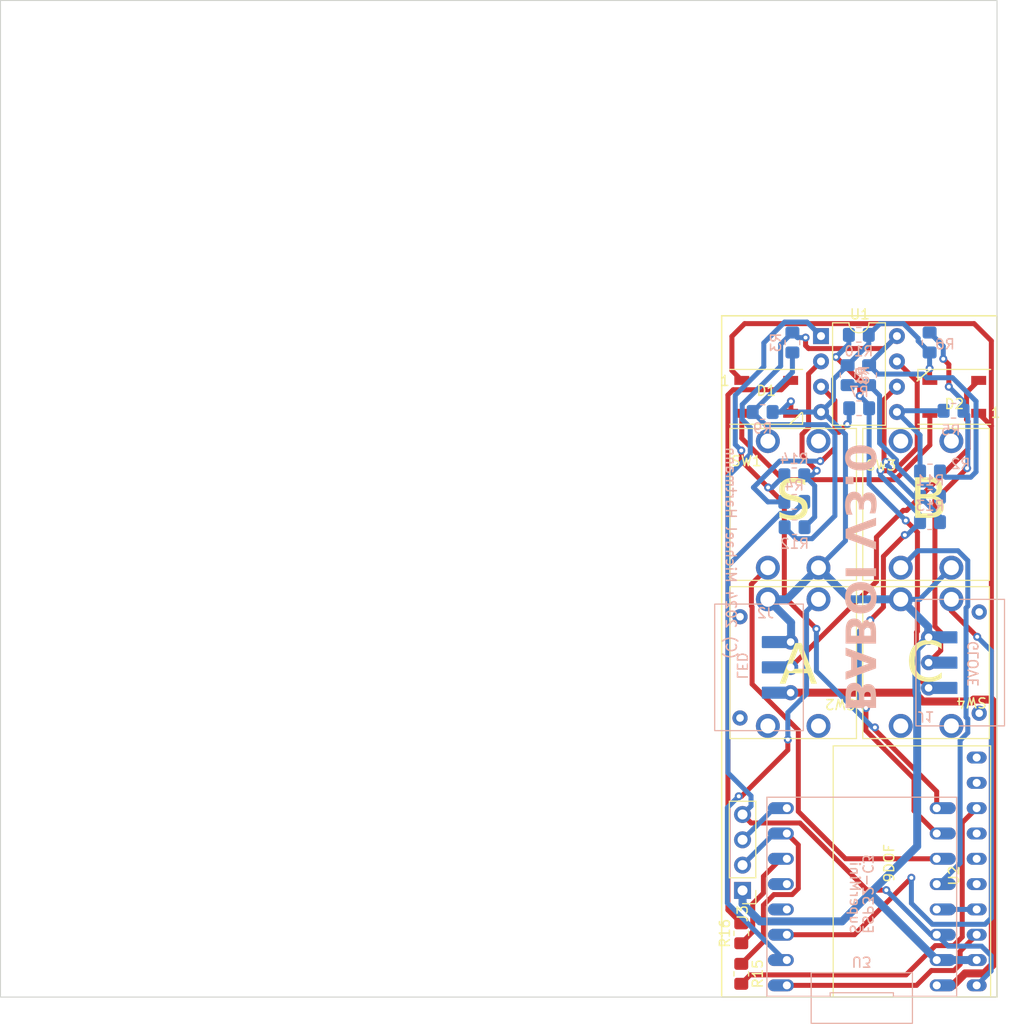
<source format=kicad_pcb>
(kicad_pcb (version 20240108) (generator "pcbnew") (generator_version "8.0")
  (layers (0 "F.Cu" signal) (31 "B.Cu" signal) (34 "B.Paste" user) (35 "F.Paste" user) (36 "B.SilkS" user "B.Silkscreen") (37 "F.SilkS" user "F.Silkscreen") (38 "B.Mask" user) (39 "F.Mask" user) (44 "Edge.Cuts" user))
  (net 0 "")
  (net 1 "/VBUS")
  (net 2 "Net-(D1-DOUT)")
  (net 3 "Net-(D1-DIN)")
  (net 4 "GND1")
  (net 5 "Net-(J1-Pin_2)")
  (net 6 "Net-(J1-Pin_1)")
  (net 7 "Net-(J3-Pin_2)")
  (net 8 "Net-(J3-Pin_3)")
  (net 9 "Net-(U1-VinB+)")
  (net 10 "Net-(D2-DOUT)")
  (net 11 "/VCC_3V3")
  (net 12 "Net-(R12-Pad1)")
  (net 13 "Net-(U1-VinA+)")
  (net 14 "Net-(U1-VinB-)")
  (net 15 "Net-(U1-VinA-)")
  (net 16 "/ADC1_1")
  (net 17 "/ADC1_0")
  (net 18 "Net-(U2-INT)")
  (net 19 "Net-(U3-GPIO10)")
  (net 20 "/BUTTON1")
  (net 21 "/BUTTON3")
  (net 22 "/BUTTON2")
  (net 23 "/BUTTON4")
  (net 29 "Net-(R1-Pad2)")
  (net 32 "/SCL")
  (net 33 "/SDA")
  (footprint "Package_DIP:DIP-8_W7.62mm" (layer "F.Cu") (at 172.339 58.674)
    (property "Reference" "U1")
    (property "Value" "~")
  )
  (footprint "GPB_Footprints:switch_Simple" (layer "F.Cu") (at 180.34 69.215)
    (property "Reference" "SW3")
    (property "Value" "SW_MEC_5E" (hide yes))
  )
  (footprint "GPB_Footprints:switch_Simple" (layer "F.Cu") (at 172.085 97.79 180)
    (property "Reference" "SW2")
    (property "Value" "SW_MEC_5E" (hide yes))
  )
  (footprint "MountingHole:MountingHole_2.2mm_M2" (layer "F.Cu") (at 164.9984 59.436)
    (property "Reference" "H1" (hide yes))
    (property "Value" "MountingHole" (hide yes))
  )
  (footprint "Connector_PinHeader_2.54mm:PinHeader_1x04_P2.54mm_Vertical" (layer "F.Cu") (at 164.465 114.3 180)
    (property "Reference" "J3")
    (property "Value" "Conn_01x04_Pin")
  )
  (footprint "LED_SMD:LED_WS2812B_PLCC4_5.0x5.0mm_P3.2mm" (layer "F.Cu") (at 185.711 64.771 180)
    (property "Reference" "D2")
    (property "Value" "WS2812B" (hide yes))
  )
  (footprint "Resistor_SMD:R_0805_2012Metric_Pad1.20x1.40mm_HandSolder" (layer "F.Cu") (at 164.338 118.602 90)
    (property "Reference" "R16")
    (property "Value" "24k")
  )
  (footprint "LED_SMD:LED_WS2812B_PLCC4_5.0x5.0mm_P3.2mm" (layer "F.Cu") (at 166.841 64.771)
    (property "Reference" "D1")
    (property "Value" "WS2812B" (hide yes))
  )
  (footprint "MountingHole:MountingHole_2.2mm_M2" (layer "F.Cu") (at 187.452 59.436)
    (property "Reference" "H2" (hide yes))
    (property "Value" "MountingHole" (hide yes))
  )
  (footprint "MountingHole:MountingHole_2.2mm_M2" (layer "F.Cu") (at 183.7436 101.9048)
    (property "Reference" "H4" (hide yes))
    (property "Value" "MountingHole" (hide yes))
  )
  (footprint "GPB_Footprints:switch_Simple" (layer "F.Cu") (at 185.42 97.79 180)
    (property "Reference" "SW4")
    (property "Value" "SW_MEC_5E" (hide yes))
  )
  (footprint "midi_arm:9250_MOD" (layer "F.Cu") (at 187.96 112.395 90)
    (property "Reference" "U2")
    (property "Value" "~")
  )
  (footprint "MountingHole:MountingHole_2.2mm_M2" (layer "F.Cu") (at 165.1 101.854)
    (property "Reference" "H3" (hide yes))
    (property "Value" "MountingHole" (hide yes))
  )
  (footprint "GPB_Footprints:switch_Simple" (layer "F.Cu") (at 167.005 69.215)
    (property "Reference" "SW1")
    (property "Value" "SW_MEC_5E" (hide yes))
  )
  (footprint "Resistor_SMD:R_0805_2012Metric_Pad1.20x1.40mm_HandSolder" (layer "F.Cu") (at 164.338 122.666 -90)
    (property "Reference" "R15")
    (property "Value" "24k")
  )
  (footprint "Resistor_SMD:R_0805_2012Metric_Pad1.20x1.40mm_HandSolder" (layer "B.Cu") (at 166.481 66.294)
    (property "Reference" "R9")
    (property "Value" "3.3k")
  )
  (footprint "Resistor_SMD:R_0805_2012Metric_Pad1.20x1.40mm_HandSolder" (layer "B.Cu") (at 183.2356 59.3184 -90)
    (property "Reference" "R6")
    (property "Value" "3.3k")
  )
  (footprint "Resistor_SMD:R_0805_2012Metric_Pad1.20x1.40mm_HandSolder" (layer "B.Cu") (at 169.688 77.851)
    (property "Reference" "R12")
    (property "Value" "3.3k")
  )
  (footprint "midi_arm:LED_conn" (layer "B.Cu") (at 169.291 84.296 180)
    (property "Reference" "J2")
    (property "Value" "Conn_01x03_Pin" (hide yes))
  )
  (footprint "Resistor_SMD:R_0805_2012Metric_Pad1.20x1.40mm_HandSolder" (layer "B.Cu") (at 176.133 58.547)
    (property "Reference" "R10")
    (property "Value" "3.3k")
  )
  (footprint "Resistor_SMD:R_0805_2012Metric_Pad1.20x1.40mm_HandSolder" (layer "B.Cu") (at 177.165 62.595 -90)
    (property "Reference" "R1")
    (property "Value" "2.4k")
  )
  (footprint "Resistor_SMD:R_0805_2012Metric_Pad1.20x1.40mm_HandSolder" (layer "B.Cu") (at 169.656 75.311 180)
    (property "Reference" "R4")
    (property "Value" "5.1k")
  )
  (footprint "Resistor_SMD:R_0805_2012Metric_Pad1.20x1.40mm_HandSolder" (layer "B.Cu") (at 169.4688 59.3184 -90)
    (property "Reference" "R3")
    (property "Value" "2.4k")
  )
  (footprint "Resistor_SMD:R_0805_2012Metric_Pad1.20x1.40mm_HandSolder" (layer "B.Cu") (at 169.656 72.644 180)
    (property "Reference" "R14")
    (property "Value" "24k")
  )
  (footprint "Resistor_SMD:R_0805_2012Metric_Pad1.20x1.40mm_HandSolder" (layer "B.Cu") (at 183.277 72.263 180)
    (property "Reference" "R2")
    (property "Value" "5.1k")
  )
  (footprint "Resistor_SMD:R_0805_2012Metric_Pad1.20x1.40mm_HandSolder" (layer "B.Cu") (at 183.277 74.803 180)
    (property "Reference" "R11")
    (property "Value" "3.3k")
  )
  (footprint "Resistor_SMD:R_0805_2012Metric_Pad1.20x1.40mm_HandSolder" (layer "B.Cu") (at 185.6392 66.167 180)
    (property "Reference" "R5")
    (property "Value" "3.3k")
  )
  (footprint "Resistor_SMD:R_0805_2012Metric_Pad1.20x1.40mm_HandSolder" (layer "B.Cu") (at 176.165 65.913 180)
    (property "Reference" "R7")
    (property "Value" "3.3k")
  )
  (footprint "midi_arm:ESP32-C3_SuperMini" (layer "B.Cu") (at 176.43 114.935 90)
    (property "Reference" "U3")
    (property "Value" "~")
  )
  (footprint "midi_arm:LED_conn" (layer "B.Cu") (at 183.134 99.06)
    (property "Reference" "J1")
    (property "Value" "Conn_01x03_Pin")
  )
  (footprint "Resistor_SMD:R_0805_2012Metric_Pad1.20x1.40mm_HandSolder" (layer "B.Cu") (at 175.006 62.595 90)
    (property "Reference" "R8")
    (property "Value" "3.3k")
  )
  (footprint "Resistor_SMD:R_0805_2012Metric_Pad1.20x1.40mm_HandSolder" (layer "B.Cu") (at 183.277 77.343 180)
    (property "Reference" "R13")
    (property "Value" "24k")
  )
  (gr_line (start 169.2165 67.5116) (end 170.3815 66.3464) (stroke (width 0.15)) (layer "F.SilkS"))
  (gr_line (start 181.9727 63.1776) (end 183.2793 62.0444) (stroke (width 0.15)) (layer "F.SilkS"))
  (gr_rect (start 162.3688 56.6408) (end 190 125) (stroke (width 0.15)) (fill none) (layer "F.SilkS"))
  (gr_rect (start 90 25) (end 190 125) (stroke (width 0.1)) (fill none) (layer "Edge.Cuts"))
  (gr_text "BABOI V3.0" (at 174.2948 96.3676 -90) (layer "B.SilkS") (effects (font (size 3 3) (thickness 0.6) (bold yes)) (justify left bottom mirror)))
  (gr_text "(C) 2024 Michael Hartmann" (at 162.7124 91.186 -90) (layer "B.SilkS") (effects (font (size 1 1)) (justify left bottom mirror)))
  (gr_text "GLOVE" (at 188.214 89.154 90) (layer "B.SilkS") (effects (font (size 1 1)) (justify left bottom mirror)))
  (gr_text "LED" (at 163.83 93.218 -90) (layer "B.SilkS") (effects (font (size 1 1)) (justify left bottom mirror)))
  (gr_text "A" (at 168.148 94.234 0) (layer "F.SilkS") (effects (font (size 4 4)) (justify left bottom)))
  (gr_text "B" (at 181.229 77.597 0) (layer "F.SilkS") (effects (font (size 4 4)) (justify left bottom)))
  (gr_text "C" (at 180.848 93.98 0) (layer "F.SilkS") (effects (font (size 4 4)) (justify left bottom)))
  (gr_text "S" (at 167.767 77.724 0) (layer "F.SilkS") (effects (font (size 4 4)) (justify left bottom)))
  (segment (start 189.363601 95.217999) (end 189.4332 95.1484) (width 0.5) (layer "F.Cu") (net 1))
  (segment (start 187.702742 57.424) (end 164.6736 57.424) (width 0.5) (layer "F.Cu") (net 1))
  (segment (start 182.569841 95.342) (end 187.465841 95.342) (width 0.8) (layer "F.Cu") (net 1))
  (segment (start 189.4332 59.154458) (end 187.702742 57.424) (width 0.5) (layer "F.Cu") (net 1))
  (segment (start 187.659441 95.1484) (end 189.4332 95.1484) (width 0.8) (layer "F.Cu") (net 1))
  (segment (start 189.576 95.2912) (end 189.576 121.766056) (width 0.8) (layer "F.Cu") (net 1))
  (segment (start 183.95 123.825) (end 185.184874 123.825) (width 0.5) (layer "F.Cu") (net 1))
  (segment (start 189.4332 95.1484) (end 189.4332 67.6932) (width 0.5) (layer "F.Cu") (net 1))
  (segment (start 181.683841 94.456) (end 182.569841 95.342) (width 0.8) (layer "F.Cu") (net 1))
  (segment (start 187.465841 95.342) (end 187.659441 95.1484) (width 0.8) (layer "F.Cu") (net 1))
  (segment (start 164.6736 57.424) (end 163.3984 58.6992) (width 0.5) (layer "F.Cu") (net 1))
  (segment (start 189.4332 67.6932) (end 188.161 66.421) (width 0.5) (layer "F.Cu") (net 1))
  (segment (start 189.576 121.766056) (end 188.717056 122.625) (width 0.8) (layer "F.Cu") (net 1))
  (segment (start 185.5978 123.825) (end 183.95 123.825) (width 0.8) (layer "F.Cu") (net 1))
  (segment (start 188.717056 122.625) (end 186.7978 122.625) (width 0.8) (layer "F.Cu") (net 1))
  (segment (start 169.291 94.456) (end 181.683841 94.456) (width 0.8) (layer "F.Cu") (net 1))
  (segment (start 186.7978 122.625) (end 185.5978 123.825) (width 0.8) (layer "F.Cu") (net 1))
  (segment (start 189.4332 67.6932) (end 189.4332 59.154458) (width 0.5) (layer "F.Cu") (net 1))
  (segment (start 189.4332 95.1484) (end 189.576 95.2912) (width 0.8) (layer "F.Cu") (net 1))
  (segment (start 163.3984 58.6992) (end 163.3984 62.1284) (width 0.5) (layer "F.Cu") (net 1))
  (segment (start 163.3984 62.1284) (end 164.391 63.121) (width 0.5) (layer "F.Cu") (net 1))
  (segment (start 183.261 69.617403) (end 179.794498 73.083905) (width 0.5) (layer "F.Cu") (net 2))
  (segment (start 168.537105 73.083905) (end 164.391 68.9378) (width 0.5) (layer "F.Cu") (net 2))
  (segment (start 179.794498 73.083905) (end 168.537105 73.083905) (width 0.5) (layer "F.Cu") (net 2))
  (segment (start 164.391 68.9378) (end 164.391 66.421) (width 0.5) (layer "F.Cu") (net 2))
  (segment (start 183.261 66.421) (end 183.261 69.617403) (width 0.5) (layer "F.Cu") (net 2))
  (segment (start 163.5252 64.0588) (end 168.3532 64.0588) (width 0.5) (layer "F.Cu") (net 3))
  (segment (start 162.999 64.585) (end 163.5252 64.0588) (width 0.5) (layer "F.Cu") (net 3))
  (segment (start 162.999 116.263) (end 162.999 64.585) (width 0.5) (layer "F.Cu") (net 3))
  (segment (start 164.338 117.602) (end 162.999 116.263) (width 0.5) (layer "F.Cu") (net 3))
  (segment (start 168.3532 64.0588) (end 169.291 63.121) (width 0.5) (layer "F.Cu") (net 3))
  (segment (start 169.3164 65.2272) (end 169.3164 66.3956) (width 0.5) (layer "F.Cu") (net 4))
  (segment (start 183.2356 63.0956) (end 183.261 63.121) (width 0.5) (layer "F.Cu") (net 4))
  (segment (start 183.2356 61.9252) (end 183.2356 63.0956) (width 0.5) (layer "F.Cu") (net 4))
  (segment (start 169.3164 66.3956) (end 169.291 66.421) (width 0.5) (layer "F.Cu") (net 4))
  (via (at 183.2356 61.9252) (size 0.8) (drill 0.4) (layers "F.Cu" "B.Cu") (net 4))
  (via (at 169.3164 65.2272) (size 0.8) (drill 0.4) (layers "F.Cu" "B.Cu") (net 4))
  (segment (start 181.99 109.8646) (end 181.99 94.550027) (width 0.8) (layer "B.Cu") (net 4))
  (segment (start 182.245 85.09) (end 185.42 81.915) (width 0.5) (layer "B.Cu") (net 4))
  (segment (start 174.4496 117.405) (end 177.1396 114.715) (width 0.8) (layer "B.Cu") (net 4))
  (segment (start 182.0856 59.1684) (end 182.0856 58.8956) (width 0.5) (layer "B.Cu") (net 4))
  (segment (start 180.34 85.09) (end 175.26 85.09) (width 0.8) (layer "B.Cu") (net 4))
  (segment (start 168.2496 66.294) (end 169.3164 65.2272) (width 0.5) (layer "B.Cu") (net 4))
  (segment (start 181.9148 94.474827) (end 181.9148 90.0772) (width 0.8) (layer "B.Cu") (net 4))
  (segment (start 172.085 81.915) (end 174.7916 79.2084) (width 0.5) (layer "B.Cu") (net 4))
  (segment (start 183.2356 60.3184) (end 182.0856 59.1684) (width 0.5) (layer "B.Cu") (net 4))
  (segment (start 177.38 114.715) (end 183.95 121.285) (width 0.8) (layer "B.Cu") (net 4))
  (segment (start 183.2356 60.3184) (end 183.2356 61.9252) (width 0.5) (layer "B.Cu") (net 4))
  (segment (start 169.333 87.418) (end 169.333 89.376) (width 0.8) (layer "B.Cu") (net 4))
  (segment (start 174.7916 68.54405) (end 172.54155 66.294) (width 0.5) (layer "B.Cu") (net 4))
  (segment (start 174.7916 79.2084) (end 174.7916 68.54405) (width 0.5) (layer "B.Cu") (net 4))
  (segment (start 177.133 59.468) (end 175.006 61.595) (width 0.5) (layer "B.Cu") (net 4))
  (segment (start 181.99 94.550027) (end 181.9148 94.474827) (width 0.5) (layer "B.Cu") (net 4))
  (segment (start 173.589 63.012) (end 173.589 65.044) (width 0.5) (layer "B.Cu") (net 4))
  (segment (start 167.005 85.09) (end 168.91 85.09) (width 0.8) (layer "B.Cu") (net 4))
  (segment (start 164.465 115.65) (end 166.22 117.405) (width 0.8) (layer "B.Cu") (net 4))
  (segment (start 182.0856 58.8956) (end 180.614 57.424) (width 0.5) (layer "B.Cu") (net 4))
  (segment (start 164.465 114.3) (end 164.465 115.65) (width 0.8) (layer "B.Cu") (net 4))
  (segment (start 177.1396 114.715) (end 177.38 114.715) (width 0.5) (layer "B.Cu") (net 4))
  (segment (start 181.9148 90.0772) (end 183.092 88.9) (width 0.8) (layer "B.Cu") (net 4))
  (segment (start 180.34 85.09) (end 182.245 85.09) (width 0.5) (layer "B.Cu") (net 4))
  (segment (start 175.26 85.09) (end 172.085 81.915) (width 0.8) (layer "B.Cu") (net 4))
  (segment (start 167.005 85.09) (end 169.333 87.418) (width 0.8) (layer "B.Cu") (net 4))
  (segment (start 166.22 117.405) (end 174.4496 117.405) (width 0.8) (layer "B.Cu") (net 4))
  (segment (start 175.006 61.595) (end 173.589 63.012) (width 0.5) (layer "B.Cu") (net 4))
  (segment (start 167.481 66.294) (end 168.2496 66.294) (width 0.5) (layer "B.Cu") (net 4))
  (segment (start 177.133 58.547) (end 177.133 59.468) (width 0.5) (layer "B.Cu") (net 4))
  (segment (start 177.1396 114.715) (end 181.99 109.8646) (width 0.8) (layer "B.Cu") (net 4))
  (segment (start 180.34 85.09) (end 183.092 87.842) (width 0.8) (layer "B.Cu") (net 4))
  (segment (start 183.95 121.285) (end 187.96 121.285) (width 0.8) (layer "B.Cu") (net 4))
  (segment (start 178.256 57.424) (end 177.133 58.547) (width 0.5) (layer "B.Cu") (net 4))
  (segment (start 180.614 57.424) (end 178.256 57.424) (width 0.5) (layer "B.Cu") (net 4))
  (segment (start 172.54155 66.294) (end 172.339 66.294) (width 0.5) (layer "B.Cu") (net 4))
  (segment (start 183.092 87.842) (end 183.092 88.9) (width 0.8) (layer "B.Cu") (net 4))
  (segment (start 173.589 65.044) (end 172.339 66.294) (width 0.5) (layer "B.Cu") (net 4))
  (segment (start 168.91 85.09) (end 172.085 81.915) (width 0.8) (layer "B.Cu") (net 4))
  (segment (start 172.339 66.294) (end 167.481 66.294) (width 0.5) (layer "B.Cu") (net 4))
  (segment (start 185.166 63.754) (end 185.166 61.5188) (width 0.5) (layer "F.Cu") (net 5))
  (segment (start 184.3532 88.405173) (end 184.3532 90.2208) (width 0.5) (layer "F.Cu") (net 5))
  (segment (start 183.77 87.821973) (end 184.3532 88.405173) (width 0.5) (layer "F.Cu") (net 5))
  (segment (start 186.9948 71.9328) (end 183.77 75.1576) (width 0.5) (layer "F.Cu") (net 5))
  (segment (start 184.3532 90.2208) (end 183.134 91.44) (width 0.5) (layer "F.Cu") (net 5))
  (segment (start 183.77 75.1576) (end 183.77 87.821973) (width 0.5) (layer "F.Cu") (net 5))
  (segment (start 185.166 61.5188) (end 184.6072 60.96) (width 0.5) (layer "F.Cu") (net 5))
  (via (at 186.9948 71.9328) (size 0.8) (drill 0.4) (layers "F.Cu" "B.Cu") (net 5))
  (via (at 184.6072 60.96) (size 0.8) (drill 0.4) (layers "F.Cu" "B.Cu") (net 5))
  (via (at 185.166 63.754) (size 0.8) (drill 0.4) (layers "F.Cu" "B.Cu") (net 5))
  (segment (start 186.6392 66.167) (end 186.6392 65.2272) (width 0.5) (layer "B.Cu") (net 5))
  (segment (start 186.6392 66.167) (end 187.07 66.5978) (width 0.5) (layer "B.Cu") (net 5))
  (segment (start 187.07 66.5978) (end 187.07 71.8576) (width 0.5) (layer "B.Cu") (net 5))
  (segment (start 186.6392 65.2272) (end 185.166 63.754) (width 0.5) (layer "B.Cu") (net 5))
  (segment (start 187.07 71.8576) (end 186.9948 71.9328) (width 0.5) (layer "B.Cu") (net 5))
  (segment (start 184.6072 60.96) (end 184.6072 59.69) (width 0.5) (layer "B.Cu") (net 5))
  (segment (start 184.6072 59.69) (end 183.2356 58.3184) (width 0.5) (layer "B.Cu") (net 5))
  (segment (start 183.134 93.98) (end 181.922 92.768) (width 0.5) (layer "F.Cu") (net 6))
  (segment (start 182.0164 88.303573) (end 182.0164 78.355194) (width 0.5) (layer "F.Cu") (net 6))
  (segment (start 182.0164 78.355194) (end 180.843954 77.182748) (width 0.5) (layer "F.Cu") (net 6))
  (segment (start 176.2252 63.152849) (end 173.847594 60.775243) (width 0.5) (layer "F.Cu") (net 6))
  (segment (start 181.922 88.397973) (end 182.0164 88.303573) (width 0.5) (layer "F.Cu") (net 6))
  (segment (start 181.922 92.768) (end 181.922 88.397973) (width 0.5) (layer "F.Cu") (net 6))
  (segment (start 176.2252 64.6684) (end 176.2252 63.152849) (width 0.5) (layer "F.Cu") (net 6))
  (via (at 176.2252 64.6684) (size 0.8) (drill 0.4) (layers "F.Cu" "B.Cu") (net 6))
  (via (at 173.847594 60.775243) (size 0.8) (drill 0.4) (layers "F.Cu" "B.Cu") (net 6))
  (via (at 180.843954 77.182748) (size 0.8) (drill 0.4) (layers "F.Cu" "B.Cu") (net 6))
  (segment (start 177.165 73.503794) (end 180.843954 77.182748) (width 0.5) (layer "B.Cu") (net 6))
  (segment (start 175.133 58.547) (end 175.133 59.489837) (width 0.5) (layer "B.Cu") (net 6))
  (segment (start 175.133 59.489837) (end 173.847594 60.775243) (width 0.5) (layer "B.Cu") (net 6))
  (segment (start 177.165 65.6082) (end 176.2252 64.6684) (width 0.5) (layer "B.Cu") (net 6))
  (segment (start 177.165 65.913) (end 177.165 73.503794) (width 0.5) (layer "B.Cu") (net 6))
  (segment (start 177.165 65.913) (end 177.165 65.6082) (width 0.5) (layer "B.Cu") (net 6))
  (segment (start 164.338 121.666) (end 166.56 119.444) (width 0.5) (layer "F.Cu") (net 7))
  (segment (start 169.444924 114.715) (end 170.06 114.099924) (width 0.5) (layer "F.Cu") (net 7))
  (segment (start 166.56 115.770076) (end 167.615076 114.715) (width 0.5) (layer "F.Cu") (net 7))
  (segment (start 167.615076 114.715) (end 169.444924 114.715) (width 0.5) (layer "F.Cu") (net 7))
  (segment (start 170.06 109.735) (end 168.91 108.585) (width 0.5) (layer "F.Cu") (net 7))
  (segment (start 166.56 119.444) (end 166.56 115.770076) (width 0.5) (layer "F.Cu") (net 7))
  (segment (start 170.06 114.099924) (end 170.06 109.735) (width 0.5) (layer "F.Cu") (net 7))
  (segment (start 164.465 111.76) (end 167.64 108.585) (width 0.5) (layer "B.Cu") (net 7))
  (segment (start 167.64 108.585) (end 168.91 108.585) (width 0.5) (layer "B.Cu") (net 7))
  (segment (start 164.465 109.22) (end 167.64 106.045) (width 0.5) (layer "B.Cu") (net 8))
  (segment (start 167.64 106.045) (end 168.91 106.045) (width 0.5) (layer "B.Cu") (net 8))
  (segment (start 180.086 66.167) (end 179.959 66.294) (width 0.5) (layer "B.Cu") (net 9))
  (segment (start 182.277 68.612) (end 182.277 72.263) (width 0.5) (layer "B.Cu") (net 9))
  (segment (start 179.959 66.294) (end 182.277 68.612) (width 0.5) (layer "B.Cu") (net 9))
  (segment (start 184.6392 66.167) (end 180.086 66.167) (width 0.5) (layer "B.Cu") (net 9))
  (segment (start 169.291 91.916) (end 177.9016 83.3054) (width 0.5) (layer "F.Cu") (net 10))
  (segment (start 186.944 64.338) (end 188.161 63.121) (width 0.5) (layer "F.Cu") (net 10))
  (segment (start 180.9352 76.1636) (end 187.0964 70.0024) (width 0.5) (layer "F.Cu") (net 10))
  (segment (start 180.590309 76.1636) (end 180.9352 76.1636) (width 0.5) (layer "F.Cu") (net 10))
  (segment (start 177.9016 83.3054) (end 177.9016 78.852309) (width 0.5) (layer "F.Cu") (net 10))
  (segment (start 187.0964 67.2084) (end 186.944 67.056) (width 0.5) (layer "F.Cu") (net 10))
  (segment (start 186.944 67.056) (end 186.944 64.338) (width 0.5) (layer "F.Cu") (net 10))
  (segment (start 187.0964 70.0024) (end 187.0964 67.2084) (width 0.5) (layer "F.Cu") (net 10))
  (segment (start 177.9016 78.852309) (end 180.590309 76.1636) (width 0.5) (layer "F.Cu") (net 10))
  (segment (start 183.95 118.745) (end 183.7722 118.9228) (width 0.5) (layer "F.Cu") (net 11))
  (segment (start 170.221496 107.53) (end 176.964699 114.273203) (width 0.5) (layer "F.Cu") (net 11))
  (segment (start 164.465 106.68) (end 165.315 107.53) (width 0.5) (layer "F.Cu") (net 11))
  (segment (start 170.7896 59.6246) (end 170.7896 58.8264) (width 0.5) (layer "F.Cu") (net 11))
  (segment (start 178.709 59.924) (end 171.089 59.924) (width 0.5) (layer "F.Cu") (net 11))
  (segment (start 179.959 58.674) (end 178.709 59.924) (width 0.5) (layer "F.Cu") (net 11))
  (segment (start 176.964699 114.273203) (end 178.890803 114.273203) (width 0.5) (layer "F.Cu") (net 11))
  (segment (start 171.089 59.924) (end 170.7896 59.6246) (width 0.5) (layer "F.Cu") (net 11))
  (segment (start 165.315 107.53) (end 170.221496 107.53) (width 0.5) (layer "F.Cu") (net 11))
  (via (at 170.7896 58.8264) (size 0.8) (drill 0.4) (layers "F.Cu" "B.Cu") (net 11))
  (via (at 178.890803 114.273203) (size 0.8) (drill 0.4) (layers "F.Cu" "B.Cu") (net 11))
  (segment (start 169.506 76.461) (end 170.656 75.311) (width 0.5) (layer "B.Cu") (net 11))
  (segment (start 168.281122 76.461) (end 169.506 76.461) (width 0.5) (layer "B.Cu") (net 11))
  (segment (start 170.7896 58.8264) (end 169.9768 58.8264) (width 0.5) (layer "B.Cu") (net 11))
  (segment (start 162.999 81.743122) (end 162.999 72.766593) (width 0.5) (layer "B.Cu") (net 11))
  (segment (start 185.538793 62.854) (end 187.8948 65.210007) (width 0.5) (layer "B.Cu") (net 11))
  (segment (start 189.41 122.375) (end 189.41 120.850076) (width 0.5) (layer "B.Cu") (net 11))
  (segment (start 164.431 67.040878) (end 164.431 65.547122) (width 0.5) (layer "B.Cu") (net 11))
  (segment (start 187.367593 72.8328) (end 184.8468 72.8328) (width 0.5) (layer "B.Cu") (net 11))
  (segment (start 188.447924 119.888) (end 185.093 119.888) (width 0.5) (layer "B.Cu") (net 11))
  (segment (start 162.999 102.493407) (end 162.999 81.743122) (width 0.5) (layer "B.Cu") (net 11))
  (segment (start 162.999 81.743122) (end 168.281122 76.461) (width 0.5) (layer "B.Cu") (net 11))
  (segment (start 169.9768 58.8264) (end 169.4688 58.3184) (width 0.5) (layer "B.Cu") (net 11))
  (segment (start 177.165 61.595) (end 177.165 61.468) (width 0.5) (layer "B.Cu") (net 11))
  (segment (start 165.315 105.83) (end 165.315 104.809407) (width 0.5) (layer "B.Cu") (net 11))
  (segment (start 184.8468 72.8328) (end 184.277 72.263) (width 0.5) (layer "B.Cu") (net 11))
  (segment (start 165.238 70.527593) (end 165.238 67.847878) (width 0.5) (layer "B.Cu") (net 11))
  (segment (start 177.165 61.595) (end 178.054 62.484) (width 0.5) (layer "B.Cu") (net 11))
  (segment (start 177.165 61.468) (end 179.959 58.674) (width 0.5) (layer "B.Cu") (net 11))
  (segment (start 183.3626 118.745) (end 178.890803 114.273203) (width 0.5) (layer "B.Cu") (net 11))
  (segment (start 165.315 104.809407) (end 162.999 102.493407) (width 0.5) (layer "B.Cu") (net 11))
  (segment (start 187.8948 72.305593) (end 187.367593 72.8328) (width 0.5) (layer "B.Cu") (net 11))
  (segment (start 182.9452 62.854) (end 185.538793 62.854) (width 0.5) (layer "B.Cu") (net 11))
  (segment (start 183.95 118.745) (end 183.3626 118.745) (width 0.5) (layer "B.Cu") (net 11))
  (segment (start 189.41 120.850076) (end 188.447924 119.888) (width 0.5) (layer "B.Cu") (net 11))
  (segment (start 162.999 72.766593) (end 165.238 70.527593) (width 0.5) (layer "B.Cu") (net 11))
  (segment (start 178.054 62.484) (end 182.5752 62.484) (width 0.5) (layer "B.Cu") (net 11))
  (segment (start 168.2892 61.688922) (end 168.2892 59.498) (width 0.5) (layer "B.Cu") (net 11))
  (segment (start 164.431 65.547122) (end 168.2892 61.688922) (width 0.5) (layer "B.Cu") (net 11))
  (segment (start 187.96 123.825) (end 189.41 122.375) (width 0.5) (layer "B.Cu") (net 11))
  (segment (start 182.5752 62.484) (end 182.9452 62.854) (width 0.5) (layer "B.Cu") (net 11))
  (segment (start 164.465 106.68) (end 165.315 105.83) (width 0.5) (layer "B.Cu") (net 11))
  (segment (start 168.2892 59.498) (end 169.4688 58.3184) (width 0.5) (layer "B.Cu") (net 11))
  (segment (start 165.238 67.847878) (end 164.431 67.040878) (width 0.5) (layer "B.Cu") (net 11))
  (segment (start 187.8948 65.210007) (end 187.8948 72.305593) (width 0.5) (layer "B.Cu") (net 11))
  (segment (start 185.093 119.888) (end 183.95 118.745) (width 0.5) (layer "B.Cu") (net 11))
  (segment (start 166.752 67.565) (end 172.8226 67.565) (width 0.5) (layer "B.Cu") (net 12))
  (segment (start 169.4688 60.3184) (end 169.4688 62.3062) (width 0.5) (layer "B.Cu") (net 12))
  (segment (start 173.735 68.4774) (end 173.735 76.709) (width 0.5) (layer "B.Cu") (net 12))
  (segment (start 173.735 76.709) (end 171.443 79.001) (width 0.5) (layer "B.Cu") (net 12))
  (segment (start 169.4688 62.3062) (end 165.481 66.294) (width 0.5) (layer "B.Cu") (net 12))
  (segment (start 169.838 79.001) (end 168.688 77.851) (width 0.5) (layer "B.Cu") (net 12))
  (segment (start 172.8226 67.565) (end 173.735 68.4774) (width 0.5) (layer "B.Cu") (net 12))
  (segment (start 171.443 79.001) (end 169.838 79.001) (width 0.5) (layer "B.Cu") (net 12))
  (segment (start 165.481 66.294) (end 166.752 67.565) (width 0.5) (layer "B.Cu") (net 12))
  (segment (start 173.735 68.326) (end 174.151651 68.326) (width 0.5) (layer "F.Cu") (net 13))
  (segment (start 173.735 68.326) (end 173.735 65.15) (width 0.5) (layer "F.Cu") (net 13))
  (segment (start 174.151651 68.326) (end 174.971924 67.505727) (width 0.5) (layer "F.Cu") (net 13))
  (segment (start 173.735 69.898453) (end 173.735 68.326) (width 0.5) (layer "F.Cu") (net 13))
  (segment (start 172.411853 71.2216) (end 173.735 69.898453) (width 0.5) (layer "F.Cu") (net 13))
  (segment (start 172.2628 71.2216) (end 172.411853 71.2216) (width 0.5) (layer "F.Cu") (net 13))
  (segment (start 173.735 65.15) (end 172.339 63.754) (width 0.5) (layer "F.Cu") (net 13))
  (via (at 172.2628 71.2216) (size 0.8) (drill 0.4) (layers "F.Cu" "B.Cu") (net 13))
  (via (at 174.971924 67.505727) (size 0.8) (drill 0.4) (layers "F.Cu" "B.Cu") (net 13))
  (segment (start 167.005 75.311) (end 165.5572 73.8632) (width 0.5) (layer "B.Cu") (net 13))
  (segment (start 168.1988 71.2216) (end 172.2628 71.2216) (width 0.5) (layer "B.Cu") (net 13))
  (segment (start 165.5572 73.8632) (end 168.1988 71.2216) (width 0.5) (layer "B.Cu") (net 13))
  (segment (start 175.165 67.312651) (end 174.971924 67.505727) (width 0.5) (layer "B.Cu") (net 13))
  (segment (start 168.656 75.311) (end 167.005 75.311) (width 0.5) (layer "B.Cu") (net 13))
  (segment (start 175.165 65.913) (end 175.165 67.312651) (width 0.5) (layer "B.Cu") (net 13))
  (segment (start 178.663075 71.098413) (end 178.85339 71.288728) (width 0.5) (layer "F.Cu") (net 14))
  (segment (start 179.959 63.754) (end 178.663075 65.049925) (width 0.5) (layer "F.Cu") (net 14))
  (segment (start 178.663075 65.049925) (end 178.663075 71.098413) (width 0.5) (layer "F.Cu") (net 14))
  (via (at 178.85339 71.288728) (size 0.8) (drill 0.4) (layers "F.Cu" "B.Cu") (net 14))
  (segment (start 179.204605 71.879207) (end 178.85339 71.527992) (width 0.5) (layer "B.Cu") (net 14))
  (segment (start 184.277 76.803) (end 182.277 74.803) (width 0.5) (layer "B.Cu") (net 14))
  (segment (start 181.677 74.803) (end 179.204605 72.330605) (width 0.5) (layer "B.Cu") (net 14))
  (segment (start 178.85339 71.527992) (end 178.85339 71.288728) (width 0.5) (layer "B.Cu") (net 14))
  (segment (start 184.277 77.343) (end 184.277 76.803) (width 0.5) (layer "B.Cu") (net 14))
  (segment (start 179.204605 72.330605) (end 179.204605 71.879207) (width 0.5) (layer "B.Cu") (net 14))
  (segment (start 182.277 74.803) (end 181.677 74.803) (width 0.5) (layer "B.Cu") (net 14))
  (segment (start 170.435 68.5282) (end 170.435 70.711705) (width 0.5) (layer "F.Cu") (net 15))
  (segment (start 172.339 61.214) (end 171.089 62.464) (width 0.5) (layer "F.Cu") (net 15))
  (segment (start 170.435 70.711705) (end 171.9072 72.183905) (width 0.5) (layer "F.Cu") (net 15))
  (segment (start 171.089 67.8742) (end 170.435 68.5282) (width 0.5) (layer "F.Cu") (net 15))
  (segment (start 171.089 62.464) (end 171.089 67.8742) (width 0.5) (layer "F.Cu") (net 15))
  (via (at 171.9072 72.183905) (size 0.8) (drill 0.4) (layers "F.Cu" "B.Cu") (net 15))
  (segment (start 170.688 77.851) (end 171.706 76.833) (width 0.5) (layer "B.Cu") (net 15))
  (segment (start 171.447105 72.644) (end 171.9072 72.183905) (width 0.5) (layer "B.Cu") (net 15))
  (segment (start 171.706 76.833) (end 171.706 73.694) (width 0.5) (layer "B.Cu") (net 15))
  (segment (start 171.706 73.694) (end 170.656 72.644) (width 0.5) (layer "B.Cu") (net 15))
  (segment (start 170.656 72.644) (end 171.447105 72.644) (width 0.5) (layer "B.Cu") (net 15))
  (segment (start 176.846153 98.260045) (end 176.846153 96.000647) (width 0.5) (layer "F.Cu") (net 16))
  (segment (start 181.672 106.307) (end 181.672 103.085892) (width 0.5) (layer "F.Cu") (net 16))
  (segment (start 183.95 108.585) (end 181.672 106.307) (width 0.5) (layer "F.Cu") (net 16))
  (segment (start 180.7464 78.6384) (end 178.6016 80.7832) (width 0.5) (layer "F.Cu") (net 16))
  (segment (start 181.672 103.085892) (end 176.846153 98.260045) (width 0.5) (layer "F.Cu") (net 16))
  (segment (start 178.6016 85.865994) (end 177.28262 87.184974) (width 0.5) (layer "F.Cu") (net 16))
  (segment (start 178.6016 80.7832) (end 178.6016 85.865994) (width 0.5) (layer "F.Cu") (net 16))
  (segment (start 181.99 63.245) (end 181.99 69.898453) (width 0.5) (layer "F.Cu") (net 16))
  (segment (start 179.959 61.214) (end 181.99 63.245) (width 0.5) (layer "F.Cu") (net 16))
  (segment (start 181.99 69.898453) (end 179.704548 72.183905) (width 0.5) (layer "F.Cu") (net 16))
  (segment (start 179.704548 72.183905) (end 178.304605 72.183905) (width 0.5) (layer "F.Cu") (net 16))
  (via (at 177.28262 87.184974) (size 0.8) (drill 0.4) (layers "F.Cu" "B.Cu") (net 16))
  (via (at 176.846153 96.000647) (size 0.8) (drill 0.4) (layers "F.Cu" "B.Cu") (net 16))
  (via (at 180.7464 78.6384) (size 0.8) (drill 0.4) (layers "F.Cu" "B.Cu") (net 16))
  (via (at 178.304605 72.183905) (size 0.8) (drill 0.4) (layers "F.Cu" "B.Cu") (net 16))
  (segment (start 180.9816 78.6384) (end 182.277 77.343) (width 0.5) (layer "B.Cu") (net 16))
  (segment (start 180.7464 78.6384) (end 180.9816 78.6384) (width 0.5) (layer "B.Cu") (net 16))
  (segment (start 176.1744 88.293194) (end 177.28262 87.184974) (width 0.5) (layer "B.Cu") (net 16))
  (segment (start 176.846153 96.000647) (end 176.1744 95.328894) (width 0.5) (layer "B.Cu") (net 16))
  (segment (start 176.1744 95.328894) (end 176.1744 88.293194) (width 0.5) (layer "B.Cu") (net 16))
  (segment (start 182.277 77.343) (end 182.277 76.630795) (width 0.5) (layer "B.Cu") (net 16))
  (segment (start 182.277 76.630795) (end 178.304605 72.6584) (width 0.5) (layer "B.Cu") (net 16))
  (segment (start 178.304605 72.6584) (end 178.304605 72.183905) (width 0.5) (layer "B.Cu") (net 16))
  (segment (start 164.338 70.1548) (end 164.338 71.1708) (width 0.5) (layer "F.Cu") (net 17))
  (segment (start 183.95 106.045) (end 183.95 104.373942) (width 0.5) (layer "F.Cu") (net 17))
  (segment (start 168.655 84.835) (end 171.877103 88.057103) (width 0.5) (layer "F.Cu") (net 17))
  (segment (start 183.95 104.373942) (end 177.7492 98.173142) (width 0.5) (layer "F.Cu") (net 17))
  (segment (start 167.0304 73.8632) (end 168.655 75.4878) (width 0.5) (layer "F.Cu") (net 17))
  (segment (start 164.338 71.1708) (end 167.0304 73.8632) (width 0.5) (layer "F.Cu") (net 17))
  (segment (start 168.655 75.4878) (end 168.655 84.835) (width 0.5) (layer "F.Cu") (net 17))
  (segment (start 177.7492 98.173142) (end 177.7492 97.9424) (width 0.5) (layer "F.Cu") (net 17))
  (via (at 177.7492 97.9424) (size 0.8) (drill 0.4) (layers "F.Cu" "B.Cu") (net 17))
  (via (at 167.0304 73.8632) (size 0.8) (drill 0.4) (layers "F.Cu" "B.Cu") (net 17))
  (via (at 171.877103 88.057103) (size 0.8) (drill 0.4) (layers "F.Cu" "B.Cu") (net 17))
  (via (at 164.338 70.1548) (size 0.8) (drill 0.4) (layers "F.Cu" "B.Cu") (net 17))
  (segment (start 163.731 69.5478) (end 164.338 70.1548) (width 0.5) (layer "B.Cu") (net 17))
  (segment (start 172.339 58.674) (end 170.9334 57.2684) (width 0.5) (layer "B.Cu") (net 17))
  (segment (start 177.7492 97.9424) (end 177.515112 97.9424) (width 0.5) (layer "B.Cu") (net 17))
  (segment (start 167.4368 73.8632) (end 168.656 72.644) (width 0.5) (layer "B.Cu") (net 17))
  (segment (start 163.731 64.615) (end 163.731 69.5478) (width 0.5) (layer "B.Cu") (net 17))
  (segment (start 167.0304 73.8632) (end 167.4368 73.8632) (width 0.5) (layer "B.Cu") (net 17))
  (segment (start 171.877103 92.304391) (end 171.877103 88.057103) (width 0.5) (layer "B.Cu") (net 17))
  (segment (start 166.5984 61.7476) (end 163.731 64.615) (width 0.5) (layer "B.Cu") (net 17))
  (segment (start 166.5984 59.36) (end 166.5984 61.7476) (width 0.5) (layer "B.Cu") (net 17))
  (segment (start 170.9334 57.2684) (end 168.69 57.2684) (width 0.5) (layer "B.Cu") (net 17))
  (segment (start 168.69 57.2684) (end 166.5984 59.36) (width 0.5) (layer "B.Cu") (net 17))
  (segment (start 177.515112 97.9424) (end 171.877103 92.304391) (width 0.5) (layer "B.Cu") (net 17))
  (segment (start 186.51 118.969924) (end 186.51 107.495) (width 0.5) (layer "F.Cu") (net 18))
  (segment (start 185.642724 119.8372) (end 186.51 118.969924) (width 0.5) (layer "F.Cu") (net 18))
  (segment (start 165.229 122.775) (end 180.875076 122.775) (width 0.5) (layer "F.Cu") (net 18))
  (segment (start 164.338 123.666) (end 165.229 122.775) (width 0.5) (layer "F.Cu") (net 18))
  (segment (start 183.812876 119.8372) (end 185.642724 119.8372) (width 0.5) (layer "F.Cu") (net 18))
  (segment (start 180.875076 122.775) (end 183.812876 119.8372) (width 0.5) (layer "F.Cu") (net 18))
  (segment (start 186.51 107.495) (end 187.96 106.045) (width 0.5) (layer "F.Cu") (net 18))
  (segment (start 168.3258 111.125) (end 168.91 111.125) (width 0.5) (layer "F.Cu") (net 19))
  (segment (start 166.56 114.5672) (end 166.56 112.8908) (width 0.5) (layer "F.Cu") (net 19))
  (segment (start 165.488 118.452) (end 165.488 115.6392) (width 0.5) (layer "F.Cu") (net 19))
  (segment (start 165.488 115.6392) (end 166.56 114.5672) (width 0.5) (layer "F.Cu") (net 19))
  (segment (start 164.338 119.602) (end 165.488 118.452) (width 0.5) (layer "F.Cu") (net 19))
  (segment (start 166.56 112.8908) (end 168.3258 111.125) (width 0.5) (layer "F.Cu") (net 19))
  (segment (start 165.423 93.5918) (end 165.423 85.841453) (width 0.5) (layer "F.Cu") (net 20))
  (segment (start 174.806446 111.125) (end 170.06 106.378554) (width 0.5) (layer "F.Cu") (net 20))
  (segment (start 183.95 111.125) (end 174.806446 111.125) (width 0.5) (layer "F.Cu") (net 20))
  (segment (start 165.355 83.565) (end 167.005 81.915) (width 0.5) (layer "F.Cu") (net 20))
  (segment (start 165.423 85.841453) (end 165.355 85.773453) (width 0.5) (layer "F.Cu") (net 20))
  (segment (start 170.06 106.378554) (end 170.06 98.2288) (width 0.5) (layer "F.Cu") (net 20))
  (segment (start 165.355 85.773453) (end 165.355 83.565) (width 0.5) (layer "F.Cu") (net 20))
  (segment (start 170.06 98.2288) (end 165.423 93.5918) (width 0.5) (layer "F.Cu") (net 20))
  (segment (start 164.084 104.8512) (end 164.365542 104.8512) (width 0.5) (layer "F.Cu") (net 21))
  (segment (start 164.365542 104.8512) (end 169.0116 100.205142) (width 0.5) (layer "F.Cu") (net 21))
  (segment (start 169.0116 100.205142) (end 169.0116 99.1616) (width 0.5) (layer "F.Cu") (net 21))
  (via (at 169.0116 99.1616) (size 0.8) (drill 0.4) (layers "F.Cu" "B.Cu") (net 21))
  (via (at 164.084 104.8512) (size 0.8) (drill 0.4) (layers "F.Cu" "B.Cu") (net 21))
  (segment (start 169.0116 96.449427) (end 170.885 94.576027) (width 0.5) (layer "B.Cu") (net 21))
  (segment (start 162.941325 105.993875) (end 164.084 104.8512) (width 0.5) (layer "B.Cu") (net 21))
  (segment (start 162.941325 115.561249) (end 162.941325 105.993875) (width 0.5) (layer "B.Cu") (net 21))
  (segment (start 168.91 121.285) (end 168.665076 121.285) (width 0.5) (layer "B.Cu") (net 21))
  (segment (start 169.0116 99.1616) (end 169.0116 96.449427) (width 0.5) (layer "B.Cu") (net 21))
  (segment (start 170.885 94.576027) (end 170.885 86.29) (width 0.5) (layer "B.Cu") (net 21))
  (segment (start 168.665076 121.285) (end 162.941325 115.561249) (width 0.5) (layer "B.Cu") (net 21))
  (segment (start 170.885 86.29) (end 172.085 85.09) (width 0.5) (layer "B.Cu") (net 21))
  (segment (start 186.3 99.243453) (end 187.07 98.473453) (width 0.5) (layer "B.Cu") (net 22))
  (segment (start 187.07 97.090027) (end 186.8932 96.913227) (width 0.5) (layer "B.Cu") (net 22))
  (segment (start 186.8932 85.950253) (end 187.07 85.773453) (width 0.5) (layer "B.Cu") (net 22))
  (segment (start 184.194924 113.665) (end 186.3 111.559924) (width 0.5) (layer "B.Cu") (net 22))
  (segment (start 186.3 111.559924) (end 186.3 99.243453) (width 0.5) (layer "B.Cu") (net 22))
  (segment (start 183.95 113.665) (end 184.194924 113.665) (width 0.5) (layer "B.Cu") (net 22))
  (segment (start 187.07 81.2028) (end 186.0804 80.2132) (width 0.5) (layer "B.Cu") (net 22))
  (segment (start 187.07 85.773453) (end 187.07 81.2028) (width 0.5) (layer "B.Cu") (net 22))
  (segment (start 187.07 98.473453) (end 187.07 97.090027) (width 0.5) (layer "B.Cu") (net 22))
  (segment (start 182.0418 80.2132) (end 180.34 81.915) (width 0.5) (layer "B.Cu") (net 22))
  (segment (start 186.8932 96.913227) (end 186.8932 85.950253) (width 0.5) (layer "B.Cu") (net 22))
  (segment (start 186.0804 80.2132) (end 182.0418 80.2132) (width 0.5) (layer "B.Cu") (net 22))
  (segment (start 188.0108 88.8492) (end 185.42 86.2584) (width 0.5) (layer "F.Cu") (net 23))
  (segment (start 168.91 118.745) (end 175.6918 118.745) (width 0.5) (layer "F.Cu") (net 23))
  (segment (start 175.6918 118.745) (end 181.4068 113.03) (width 0.5) (layer "F.Cu") (net 23))
  (segment (start 185.42 86.2584) (end 185.42 85.09) (width 0.5) (layer "F.Cu") (net 23))
  (via (at 181.4068 113.03) (size 0.8) (drill 0.4) (layers "F.Cu" "B.Cu") (net 23))
  (via (at 188.0108 88.8492) (size 0.8) (drill 0.4) (layers "F.Cu" "B.Cu") (net 23))
  (segment (start 183.514682 117.695) (end 188.794924 117.695) (width 0.5) (layer "B.Cu") (net 23))
  (segment (start 181.4068 113.03) (end 181.4068 115.587118) (width 0.5) (layer "B.Cu") (net 23))
  (segment (start 181.4068 115.587118) (end 183.514682 117.695) (width 0.5) (layer "B.Cu") (net 23))
  (segment (start 189.426 117.063924) (end 189.426 90.2644) (width 0.5) (layer "B.Cu") (net 23))
  (segment (start 189.426 90.2644) (end 188.0108 88.8492) (width 0.5) (layer "B.Cu") (net 23))
  (segment (start 188.794924 117.695) (end 189.426 117.063924) (width 0.5) (layer "B.Cu") (net 23))
  (segment (start 179.904605 71.113058) (end 179.904605 71.687483) (width 0.5) (layer "B.Cu") (net 29))
  (segment (start 178.215 64.645) (end 178.215 69.423453) (width 0.5) (layer "B.Cu") (net 29))
  (segment (start 183.0832 73.6092) (end 184.277 74.803) (width 0.5) (layer "B.Cu") (net 29))
  (segment (start 179.904605 71.687483) (end 181.826322 73.6092) (width 0.5) (layer "B.Cu") (net 29))
  (segment (start 181.826322 73.6092) (end 183.0832 73.6092) (width 0.5) (layer "B.Cu") (net 29))
  (segment (start 175.006 63.595) (end 177.165 63.595) (width 0.5) (layer "B.Cu") (net 29))
  (segment (start 178.215 69.423453) (end 179.904605 71.113058) (width 0.5) (layer "B.Cu") (net 29))
  (segment (start 177.165 63.595) (end 178.215 64.645) (width 0.5) (layer "B.Cu") (net 29))
  (segment (start 168.91 123.825) (end 181.925076 123.825) (width 0.5) (layer "F.Cu") (net 32))
  (segment (start 186.3 121.719924) (end 186.3 120.405) (width 0.5) (layer "F.Cu") (net 32))
  (segment (start 181.925076 123.825) (end 183.415076 122.335) (width 0.5) (layer "F.Cu") (net 32))
  (segment (start 183.415076 122.335) (end 185.684924 122.335) (width 0.5) (layer "F.Cu") (net 32))
  (segment (start 186.3 120.405) (end 187.96 118.745) (width 0.5) (layer "F.Cu") (net 32))
  (segment (start 185.684924 122.335) (end 186.3 121.719924) (width 0.5) (layer "F.Cu") (net 32))
  (segment (start 187.96 116.205) (end 183.95 116.205) (width 0.5) (layer "B.Cu") (net 33))
)
</source>
